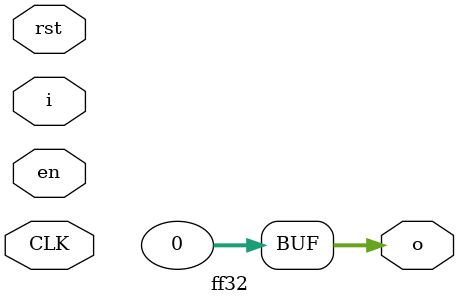
<source format=v>
`timescale 1ns / 1ps
/*
 * This software is Copyright (c) 2018 Denis Burykin
 * [denis_burykin yahoo com], [denis-burykin2014 yandex ru]
 * and it is hereby released to the general public under the following terms:
 * Redistribution and use in source and binary forms, with or without
 * modification, are permitted.
 *
 */

`include "../md5.vh"

`ifndef SIMULATION

module ff32 #(
	parameter N = 32
	)(
	input CLK,
	input en, rst,
	input [N-1:0] i,
	output reg [N-1:0] o = 0
	);

endmodule

`else

module ff32 #(
	parameter N = 32
	)(
	input CLK,
	input en, rst,
	input [N-1:0] i,
	output reg [N-1:0] o = 0
	);

	always @(posedge CLK)
		if (rst)
			o <= 0;
		else if (en)
			o <= i;

endmodule

`endif

</source>
